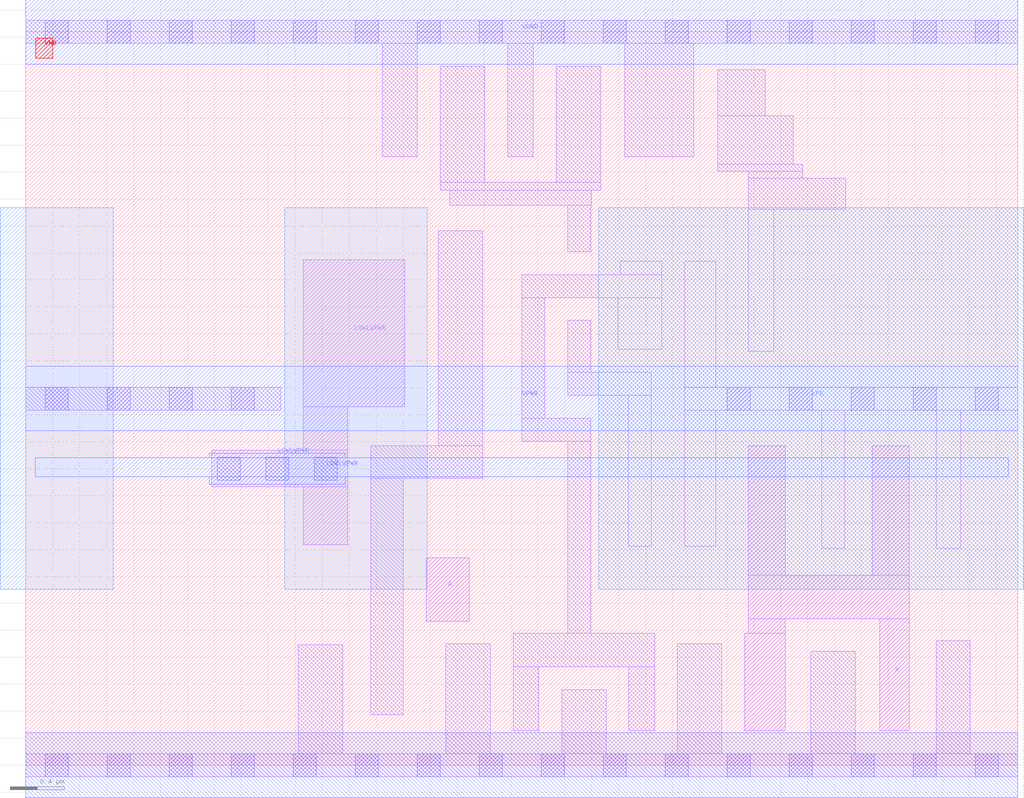
<source format=lef>
# Copyright 2020 The SkyWater PDK Authors
#
# Licensed under the Apache License, Version 2.0 (the "License");
# you may not use this file except in compliance with the License.
# You may obtain a copy of the License at
#
#     https://www.apache.org/licenses/LICENSE-2.0
#
# Unless required by applicable law or agreed to in writing, software
# distributed under the License is distributed on an "AS IS" BASIS,
# WITHOUT WARRANTIES OR CONDITIONS OF ANY KIND, either express or implied.
# See the License for the specific language governing permissions and
# limitations under the License.
#
# SPDX-License-Identifier: Apache-2.0

VERSION 5.7 ;
  NOWIREEXTENSIONATPIN ON ;
  DIVIDERCHAR "/" ;
  BUSBITCHARS "[]" ;
MACRO sky130_fd_sc_hd__lpflow_lsbuf_lh_isowell_4
  CLASS CORE ;
  FOREIGN sky130_fd_sc_hd__lpflow_lsbuf_lh_isowell_4 ;
  ORIGIN  0.000000  0.000000 ;
  SIZE  7.360000 BY  5.440000 ;
  SYMMETRY X Y R90 ;
  SITE unithd ;
  PIN A
    ANTENNAGATEAREA  0.603000 ;
    DIRECTION INPUT ;
    USE SIGNAL ;
    PORT
      LAYER li1 ;
        RECT 2.970000 1.070000 3.290000 1.540000 ;
    END
  END A
  PIN VNB
    PORT
      LAYER pwell ;
        RECT 0.075000 5.245000 0.200000 5.395000 ;
    END
  END VNB
  PIN VPB
    PORT
      LAYER nwell ;
        RECT 4.250000 1.305000 7.405000 4.135000 ;
    END
  END VPB
  PIN X
    ANTENNADIFFAREA  1.072500 ;
    DIRECTION OUTPUT ;
    USE SIGNAL ;
    PORT
      LAYER li1 ;
        RECT 5.335000 0.255000 5.635000 0.980000 ;
        RECT 5.360000 0.980000 5.635000 1.085000 ;
        RECT 5.360000 1.085000 6.555000 1.410000 ;
        RECT 5.360000 1.410000 5.635000 2.370000 ;
        RECT 6.280000 1.410000 6.555000 2.370000 ;
        RECT 6.335000 0.255000 6.555000 1.085000 ;
    END
  END X
  PIN LOWLVPWR
    DIRECTION INOUT ;
    SHAPE ABUTMENT ;
    USE POWER ;
    PORT
      LAYER li1 ;
        RECT 1.380000 2.065000 2.390000 2.335000 ;
        RECT 2.060000 1.635000 2.390000 2.065000 ;
        RECT 2.060000 2.335000 2.390000 2.660000 ;
        RECT 2.060000 2.660000 2.810000 3.750000 ;
      LAYER mcon ;
        RECT 1.420000 2.115000 1.590000 2.285000 ;
        RECT 1.780000 2.115000 1.950000 2.285000 ;
        RECT 2.140000 2.115000 2.310000 2.285000 ;
    END
    PORT
      LAYER met1 ;
        RECT 0.070000 2.140000 7.290000 2.280000 ;
        RECT 1.360000 2.085000 2.370000 2.140000 ;
        RECT 1.360000 2.280000 2.370000 2.315000 ;
    END
  END LOWLVPWR
  PIN VGND
    DIRECTION INOUT ;
    SHAPE ABUTMENT ;
    USE GROUND ;
    PORT
      LAYER met1 ;
        RECT 0.000000 5.200000 7.360000 5.680000 ;
    END
  END VGND
  PIN VPWR
    DIRECTION INOUT ;
    SHAPE ABUTMENT ;
    USE POWER ;
    PORT
      LAYER met1 ;
        RECT 0.000000 2.480000 7.360000 2.960000 ;
    END
  END VPWR
  OBS
    LAYER li1 ;
      RECT 0.000000 -0.085000 7.360000 0.085000 ;
      RECT 0.000000  2.635000 1.890000 2.805000 ;
      RECT 0.000000  5.355000 7.360000 5.525000 ;
      RECT 2.020000  0.085000 2.350000 0.895000 ;
      RECT 2.560000  0.375000 2.800000 2.130000 ;
      RECT 2.560000  2.130000 3.390000 2.370000 ;
      RECT 2.645000  4.515000 2.905000 5.355000 ;
      RECT 3.060000  2.370000 3.390000 3.965000 ;
      RECT 3.075000  4.265000 4.265000 4.325000 ;
      RECT 3.075000  4.325000 3.405000 5.185000 ;
      RECT 3.115000  0.085000 3.445000 0.900000 ;
      RECT 3.145000  4.155000 4.195000 4.265000 ;
      RECT 3.575000  4.515000 3.765000 5.355000 ;
      RECT 3.615000  0.255000 3.805000 0.730000 ;
      RECT 3.615000  0.730000 4.665000 0.980000 ;
      RECT 3.680000  2.405000 4.190000 2.575000 ;
      RECT 3.680000  2.575000 3.850000 3.470000 ;
      RECT 3.680000  3.470000 4.720000 3.640000 ;
      RECT 3.935000  4.325000 4.265000 5.185000 ;
      RECT 3.975000  0.085000 4.305000 0.560000 ;
      RECT 4.020000  0.980000 4.190000 2.405000 ;
      RECT 4.020000  2.745000 4.640000 2.915000 ;
      RECT 4.020000  2.915000 4.190000 3.300000 ;
      RECT 4.020000  3.810000 4.190000 4.155000 ;
      RECT 4.390000  3.085000 4.720000 3.470000 ;
      RECT 4.410000  3.640000 4.720000 3.740000 ;
      RECT 4.445000  4.515000 4.955000 5.355000 ;
      RECT 4.470000  1.625000 4.640000 2.745000 ;
      RECT 4.475000  0.255000 4.665000 0.730000 ;
      RECT 4.835000  0.085000 5.165000 0.900000 ;
      RECT 4.890000  1.625000 5.120000 2.635000 ;
      RECT 4.890000  2.635000 7.360000 2.805000 ;
      RECT 4.890000  2.805000 5.120000 3.740000 ;
      RECT 5.135000  4.405000 5.765000 4.460000 ;
      RECT 5.135000  4.460000 5.695000 4.820000 ;
      RECT 5.135000  4.820000 5.485000 5.160000 ;
      RECT 5.360000  3.070000 5.550000 4.125000 ;
      RECT 5.360000  4.125000 6.085000 4.355000 ;
      RECT 5.360000  4.355000 5.765000 4.405000 ;
      RECT 5.825000  0.085000 6.155000 0.845000 ;
      RECT 5.905000  1.610000 6.075000 2.635000 ;
      RECT 6.755000  0.085000 7.005000 0.925000 ;
      RECT 6.755000  1.610000 6.935000 2.635000 ;
    LAYER mcon ;
      RECT 0.145000 -0.085000 0.315000 0.085000 ;
      RECT 0.145000  2.635000 0.315000 2.805000 ;
      RECT 0.145000  5.355000 0.315000 5.525000 ;
      RECT 0.605000 -0.085000 0.775000 0.085000 ;
      RECT 0.605000  2.635000 0.775000 2.805000 ;
      RECT 0.605000  5.355000 0.775000 5.525000 ;
      RECT 1.065000 -0.085000 1.235000 0.085000 ;
      RECT 1.065000  2.635000 1.235000 2.805000 ;
      RECT 1.065000  5.355000 1.235000 5.525000 ;
      RECT 1.525000 -0.085000 1.695000 0.085000 ;
      RECT 1.525000  2.635000 1.695000 2.805000 ;
      RECT 1.525000  5.355000 1.695000 5.525000 ;
      RECT 1.985000 -0.085000 2.155000 0.085000 ;
      RECT 1.985000  5.355000 2.155000 5.525000 ;
      RECT 2.445000 -0.085000 2.615000 0.085000 ;
      RECT 2.445000  5.355000 2.615000 5.525000 ;
      RECT 2.905000 -0.085000 3.075000 0.085000 ;
      RECT 2.905000  5.355000 3.075000 5.525000 ;
      RECT 3.365000 -0.085000 3.535000 0.085000 ;
      RECT 3.365000  5.355000 3.535000 5.525000 ;
      RECT 3.825000 -0.085000 3.995000 0.085000 ;
      RECT 3.825000  5.355000 3.995000 5.525000 ;
      RECT 4.285000 -0.085000 4.455000 0.085000 ;
      RECT 4.285000  5.355000 4.455000 5.525000 ;
      RECT 4.745000 -0.085000 4.915000 0.085000 ;
      RECT 4.745000  5.355000 4.915000 5.525000 ;
      RECT 5.205000 -0.085000 5.375000 0.085000 ;
      RECT 5.205000  2.635000 5.375000 2.805000 ;
      RECT 5.205000  5.355000 5.375000 5.525000 ;
      RECT 5.665000 -0.085000 5.835000 0.085000 ;
      RECT 5.665000  2.635000 5.835000 2.805000 ;
      RECT 5.665000  5.355000 5.835000 5.525000 ;
      RECT 6.125000 -0.085000 6.295000 0.085000 ;
      RECT 6.125000  2.635000 6.295000 2.805000 ;
      RECT 6.125000  5.355000 6.295000 5.525000 ;
      RECT 6.585000 -0.085000 6.755000 0.085000 ;
      RECT 6.585000  2.635000 6.755000 2.805000 ;
      RECT 6.585000  5.355000 6.755000 5.525000 ;
      RECT 7.045000 -0.085000 7.215000 0.085000 ;
      RECT 7.045000  2.635000 7.215000 2.805000 ;
      RECT 7.045000  5.355000 7.215000 5.525000 ;
    LAYER met1 ;
      RECT 0.000000 -0.240000 7.360000 0.240000 ;
    LAYER nwell ;
      RECT -0.190000 1.305000 0.650000 4.135000 ;
      RECT  1.920000 1.305000 2.980000 4.135000 ;
  END
END sky130_fd_sc_hd__lpflow_lsbuf_lh_isowell_4
END LIBRARY

</source>
